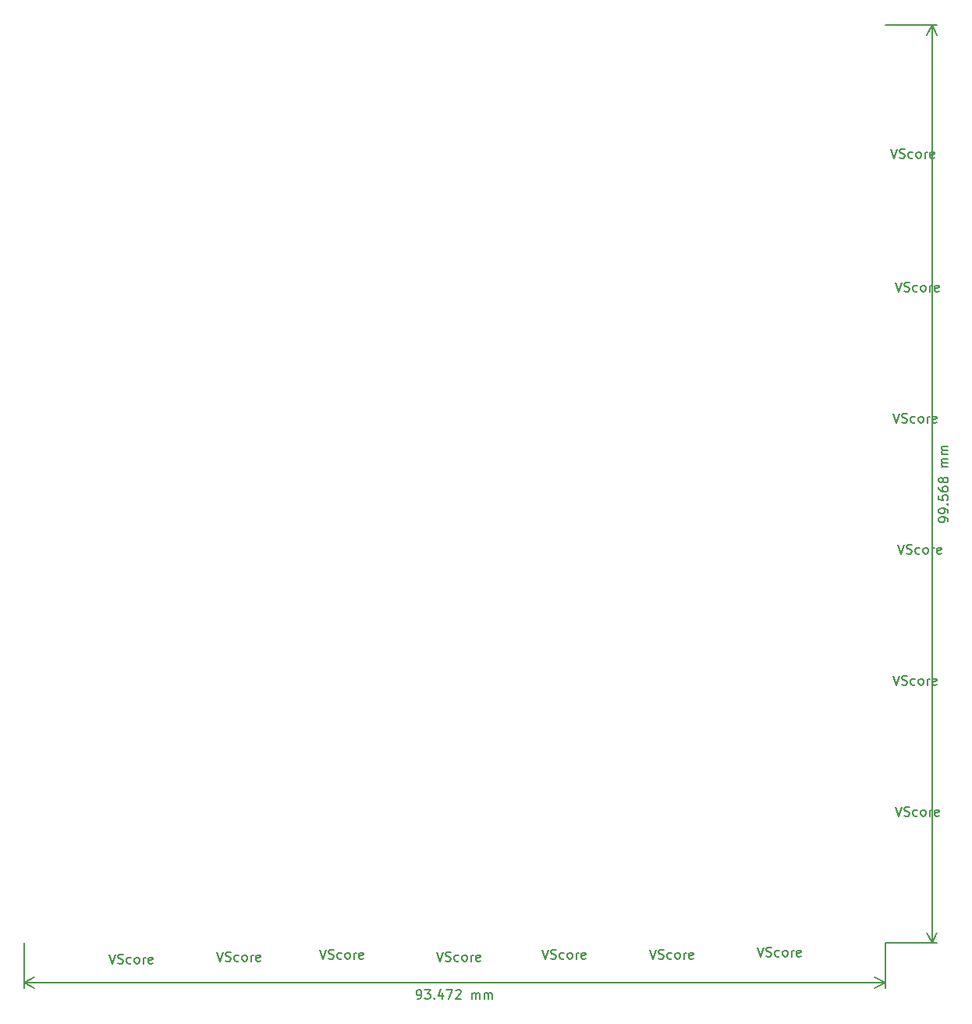
<source format=gbr>
G04 #@! TF.GenerationSoftware,KiCad,Pcbnew,(5.1.4)-1*
G04 #@! TF.CreationDate,2020-04-16T14:11:22+01:00*
G04 #@! TF.ProjectId,sot23Breakout,736f7432-3342-4726-9561-6b6f75742e6b,rev?*
G04 #@! TF.SameCoordinates,Original*
G04 #@! TF.FileFunction,Other,Comment*
%FSLAX46Y46*%
G04 Gerber Fmt 4.6, Leading zero omitted, Abs format (unit mm)*
G04 Created by KiCad (PCBNEW (5.1.4)-1) date 2020-04-16 14:11:22*
%MOMM*%
%LPD*%
G04 APERTURE LIST*
%ADD10C,0.150000*%
G04 APERTURE END LIST*
D10*
X123926380Y-130539619D02*
X123926380Y-130349142D01*
X123878761Y-130253904D01*
X123831142Y-130206285D01*
X123688285Y-130111047D01*
X123497809Y-130063428D01*
X123116857Y-130063428D01*
X123021619Y-130111047D01*
X122974000Y-130158666D01*
X122926380Y-130253904D01*
X122926380Y-130444380D01*
X122974000Y-130539619D01*
X123021619Y-130587238D01*
X123116857Y-130634857D01*
X123354952Y-130634857D01*
X123450190Y-130587238D01*
X123497809Y-130539619D01*
X123545428Y-130444380D01*
X123545428Y-130253904D01*
X123497809Y-130158666D01*
X123450190Y-130111047D01*
X123354952Y-130063428D01*
X123926380Y-129587238D02*
X123926380Y-129396761D01*
X123878761Y-129301523D01*
X123831142Y-129253904D01*
X123688285Y-129158666D01*
X123497809Y-129111047D01*
X123116857Y-129111047D01*
X123021619Y-129158666D01*
X122974000Y-129206285D01*
X122926380Y-129301523D01*
X122926380Y-129492000D01*
X122974000Y-129587238D01*
X123021619Y-129634857D01*
X123116857Y-129682476D01*
X123354952Y-129682476D01*
X123450190Y-129634857D01*
X123497809Y-129587238D01*
X123545428Y-129492000D01*
X123545428Y-129301523D01*
X123497809Y-129206285D01*
X123450190Y-129158666D01*
X123354952Y-129111047D01*
X123831142Y-128682476D02*
X123878761Y-128634857D01*
X123926380Y-128682476D01*
X123878761Y-128730095D01*
X123831142Y-128682476D01*
X123926380Y-128682476D01*
X122926380Y-127730095D02*
X122926380Y-128206285D01*
X123402571Y-128253904D01*
X123354952Y-128206285D01*
X123307333Y-128111047D01*
X123307333Y-127872952D01*
X123354952Y-127777714D01*
X123402571Y-127730095D01*
X123497809Y-127682476D01*
X123735904Y-127682476D01*
X123831142Y-127730095D01*
X123878761Y-127777714D01*
X123926380Y-127872952D01*
X123926380Y-128111047D01*
X123878761Y-128206285D01*
X123831142Y-128253904D01*
X122926380Y-126825333D02*
X122926380Y-127015809D01*
X122974000Y-127111047D01*
X123021619Y-127158666D01*
X123164476Y-127253904D01*
X123354952Y-127301523D01*
X123735904Y-127301523D01*
X123831142Y-127253904D01*
X123878761Y-127206285D01*
X123926380Y-127111047D01*
X123926380Y-126920571D01*
X123878761Y-126825333D01*
X123831142Y-126777714D01*
X123735904Y-126730095D01*
X123497809Y-126730095D01*
X123402571Y-126777714D01*
X123354952Y-126825333D01*
X123307333Y-126920571D01*
X123307333Y-127111047D01*
X123354952Y-127206285D01*
X123402571Y-127253904D01*
X123497809Y-127301523D01*
X123354952Y-126158666D02*
X123307333Y-126253904D01*
X123259714Y-126301523D01*
X123164476Y-126349142D01*
X123116857Y-126349142D01*
X123021619Y-126301523D01*
X122974000Y-126253904D01*
X122926380Y-126158666D01*
X122926380Y-125968190D01*
X122974000Y-125872952D01*
X123021619Y-125825333D01*
X123116857Y-125777714D01*
X123164476Y-125777714D01*
X123259714Y-125825333D01*
X123307333Y-125872952D01*
X123354952Y-125968190D01*
X123354952Y-126158666D01*
X123402571Y-126253904D01*
X123450190Y-126301523D01*
X123545428Y-126349142D01*
X123735904Y-126349142D01*
X123831142Y-126301523D01*
X123878761Y-126253904D01*
X123926380Y-126158666D01*
X123926380Y-125968190D01*
X123878761Y-125872952D01*
X123831142Y-125825333D01*
X123735904Y-125777714D01*
X123545428Y-125777714D01*
X123450190Y-125825333D01*
X123402571Y-125872952D01*
X123354952Y-125968190D01*
X123926380Y-124587238D02*
X123259714Y-124587238D01*
X123354952Y-124587238D02*
X123307333Y-124539619D01*
X123259714Y-124444380D01*
X123259714Y-124301523D01*
X123307333Y-124206285D01*
X123402571Y-124158666D01*
X123926380Y-124158666D01*
X123402571Y-124158666D02*
X123307333Y-124111047D01*
X123259714Y-124015809D01*
X123259714Y-123872952D01*
X123307333Y-123777714D01*
X123402571Y-123730095D01*
X123926380Y-123730095D01*
X123926380Y-123253904D02*
X123259714Y-123253904D01*
X123354952Y-123253904D02*
X123307333Y-123206285D01*
X123259714Y-123111047D01*
X123259714Y-122968190D01*
X123307333Y-122872952D01*
X123402571Y-122825333D01*
X123926380Y-122825333D01*
X123402571Y-122825333D02*
X123307333Y-122777714D01*
X123259714Y-122682476D01*
X123259714Y-122539619D01*
X123307333Y-122444380D01*
X123402571Y-122396761D01*
X123926380Y-122396761D01*
X122174000Y-176276000D02*
X122174000Y-76708000D01*
X117094000Y-176276000D02*
X122760421Y-176276000D01*
X117094000Y-76708000D02*
X122760421Y-76708000D01*
X122174000Y-76708000D02*
X122760421Y-77834504D01*
X122174000Y-76708000D02*
X121587579Y-77834504D01*
X122174000Y-176276000D02*
X122760421Y-175149496D01*
X122174000Y-176276000D02*
X121587579Y-175149496D01*
X66310380Y-182346380D02*
X66500857Y-182346380D01*
X66596095Y-182298761D01*
X66643714Y-182251142D01*
X66738952Y-182108285D01*
X66786571Y-181917809D01*
X66786571Y-181536857D01*
X66738952Y-181441619D01*
X66691333Y-181394000D01*
X66596095Y-181346380D01*
X66405619Y-181346380D01*
X66310380Y-181394000D01*
X66262761Y-181441619D01*
X66215142Y-181536857D01*
X66215142Y-181774952D01*
X66262761Y-181870190D01*
X66310380Y-181917809D01*
X66405619Y-181965428D01*
X66596095Y-181965428D01*
X66691333Y-181917809D01*
X66738952Y-181870190D01*
X66786571Y-181774952D01*
X67119904Y-181346380D02*
X67738952Y-181346380D01*
X67405619Y-181727333D01*
X67548476Y-181727333D01*
X67643714Y-181774952D01*
X67691333Y-181822571D01*
X67738952Y-181917809D01*
X67738952Y-182155904D01*
X67691333Y-182251142D01*
X67643714Y-182298761D01*
X67548476Y-182346380D01*
X67262761Y-182346380D01*
X67167523Y-182298761D01*
X67119904Y-182251142D01*
X68167523Y-182251142D02*
X68215142Y-182298761D01*
X68167523Y-182346380D01*
X68119904Y-182298761D01*
X68167523Y-182251142D01*
X68167523Y-182346380D01*
X69072285Y-181679714D02*
X69072285Y-182346380D01*
X68834190Y-181298761D02*
X68596095Y-182013047D01*
X69215142Y-182013047D01*
X69500857Y-181346380D02*
X70167523Y-181346380D01*
X69738952Y-182346380D01*
X70500857Y-181441619D02*
X70548476Y-181394000D01*
X70643714Y-181346380D01*
X70881809Y-181346380D01*
X70977047Y-181394000D01*
X71024666Y-181441619D01*
X71072285Y-181536857D01*
X71072285Y-181632095D01*
X71024666Y-181774952D01*
X70453238Y-182346380D01*
X71072285Y-182346380D01*
X72262761Y-182346380D02*
X72262761Y-181679714D01*
X72262761Y-181774952D02*
X72310380Y-181727333D01*
X72405619Y-181679714D01*
X72548476Y-181679714D01*
X72643714Y-181727333D01*
X72691333Y-181822571D01*
X72691333Y-182346380D01*
X72691333Y-181822571D02*
X72738952Y-181727333D01*
X72834190Y-181679714D01*
X72977047Y-181679714D01*
X73072285Y-181727333D01*
X73119904Y-181822571D01*
X73119904Y-182346380D01*
X73596095Y-182346380D02*
X73596095Y-181679714D01*
X73596095Y-181774952D02*
X73643714Y-181727333D01*
X73738952Y-181679714D01*
X73881809Y-181679714D01*
X73977047Y-181727333D01*
X74024666Y-181822571D01*
X74024666Y-182346380D01*
X74024666Y-181822571D02*
X74072285Y-181727333D01*
X74167523Y-181679714D01*
X74310380Y-181679714D01*
X74405619Y-181727333D01*
X74453238Y-181822571D01*
X74453238Y-182346380D01*
X23622000Y-180594000D02*
X117094000Y-180594000D01*
X23622000Y-176276000D02*
X23622000Y-181180421D01*
X117094000Y-176276000D02*
X117094000Y-181180421D01*
X117094000Y-180594000D02*
X115967496Y-181180421D01*
X117094000Y-180594000D02*
X115967496Y-180007579D01*
X23622000Y-180594000D02*
X24748504Y-181180421D01*
X23622000Y-180594000D02*
X24748504Y-180007579D01*
X117713428Y-90130380D02*
X118046761Y-91130380D01*
X118380095Y-90130380D01*
X118665809Y-91082761D02*
X118808666Y-91130380D01*
X119046761Y-91130380D01*
X119142000Y-91082761D01*
X119189619Y-91035142D01*
X119237238Y-90939904D01*
X119237238Y-90844666D01*
X119189619Y-90749428D01*
X119142000Y-90701809D01*
X119046761Y-90654190D01*
X118856285Y-90606571D01*
X118761047Y-90558952D01*
X118713428Y-90511333D01*
X118665809Y-90416095D01*
X118665809Y-90320857D01*
X118713428Y-90225619D01*
X118761047Y-90178000D01*
X118856285Y-90130380D01*
X119094380Y-90130380D01*
X119237238Y-90178000D01*
X120094380Y-91082761D02*
X119999142Y-91130380D01*
X119808666Y-91130380D01*
X119713428Y-91082761D01*
X119665809Y-91035142D01*
X119618190Y-90939904D01*
X119618190Y-90654190D01*
X119665809Y-90558952D01*
X119713428Y-90511333D01*
X119808666Y-90463714D01*
X119999142Y-90463714D01*
X120094380Y-90511333D01*
X120665809Y-91130380D02*
X120570571Y-91082761D01*
X120522952Y-91035142D01*
X120475333Y-90939904D01*
X120475333Y-90654190D01*
X120522952Y-90558952D01*
X120570571Y-90511333D01*
X120665809Y-90463714D01*
X120808666Y-90463714D01*
X120903904Y-90511333D01*
X120951523Y-90558952D01*
X120999142Y-90654190D01*
X120999142Y-90939904D01*
X120951523Y-91035142D01*
X120903904Y-91082761D01*
X120808666Y-91130380D01*
X120665809Y-91130380D01*
X121427714Y-91130380D02*
X121427714Y-90463714D01*
X121427714Y-90654190D02*
X121475333Y-90558952D01*
X121522952Y-90511333D01*
X121618190Y-90463714D01*
X121713428Y-90463714D01*
X122427714Y-91082761D02*
X122332476Y-91130380D01*
X122142000Y-91130380D01*
X122046761Y-91082761D01*
X121999142Y-90987523D01*
X121999142Y-90606571D01*
X122046761Y-90511333D01*
X122142000Y-90463714D01*
X122332476Y-90463714D01*
X122427714Y-90511333D01*
X122475333Y-90606571D01*
X122475333Y-90701809D01*
X121999142Y-90797047D01*
X118221428Y-104608380D02*
X118554761Y-105608380D01*
X118888095Y-104608380D01*
X119173809Y-105560761D02*
X119316666Y-105608380D01*
X119554761Y-105608380D01*
X119650000Y-105560761D01*
X119697619Y-105513142D01*
X119745238Y-105417904D01*
X119745238Y-105322666D01*
X119697619Y-105227428D01*
X119650000Y-105179809D01*
X119554761Y-105132190D01*
X119364285Y-105084571D01*
X119269047Y-105036952D01*
X119221428Y-104989333D01*
X119173809Y-104894095D01*
X119173809Y-104798857D01*
X119221428Y-104703619D01*
X119269047Y-104656000D01*
X119364285Y-104608380D01*
X119602380Y-104608380D01*
X119745238Y-104656000D01*
X120602380Y-105560761D02*
X120507142Y-105608380D01*
X120316666Y-105608380D01*
X120221428Y-105560761D01*
X120173809Y-105513142D01*
X120126190Y-105417904D01*
X120126190Y-105132190D01*
X120173809Y-105036952D01*
X120221428Y-104989333D01*
X120316666Y-104941714D01*
X120507142Y-104941714D01*
X120602380Y-104989333D01*
X121173809Y-105608380D02*
X121078571Y-105560761D01*
X121030952Y-105513142D01*
X120983333Y-105417904D01*
X120983333Y-105132190D01*
X121030952Y-105036952D01*
X121078571Y-104989333D01*
X121173809Y-104941714D01*
X121316666Y-104941714D01*
X121411904Y-104989333D01*
X121459523Y-105036952D01*
X121507142Y-105132190D01*
X121507142Y-105417904D01*
X121459523Y-105513142D01*
X121411904Y-105560761D01*
X121316666Y-105608380D01*
X121173809Y-105608380D01*
X121935714Y-105608380D02*
X121935714Y-104941714D01*
X121935714Y-105132190D02*
X121983333Y-105036952D01*
X122030952Y-104989333D01*
X122126190Y-104941714D01*
X122221428Y-104941714D01*
X122935714Y-105560761D02*
X122840476Y-105608380D01*
X122650000Y-105608380D01*
X122554761Y-105560761D01*
X122507142Y-105465523D01*
X122507142Y-105084571D01*
X122554761Y-104989333D01*
X122650000Y-104941714D01*
X122840476Y-104941714D01*
X122935714Y-104989333D01*
X122983333Y-105084571D01*
X122983333Y-105179809D01*
X122507142Y-105275047D01*
X117967428Y-118832380D02*
X118300761Y-119832380D01*
X118634095Y-118832380D01*
X118919809Y-119784761D02*
X119062666Y-119832380D01*
X119300761Y-119832380D01*
X119396000Y-119784761D01*
X119443619Y-119737142D01*
X119491238Y-119641904D01*
X119491238Y-119546666D01*
X119443619Y-119451428D01*
X119396000Y-119403809D01*
X119300761Y-119356190D01*
X119110285Y-119308571D01*
X119015047Y-119260952D01*
X118967428Y-119213333D01*
X118919809Y-119118095D01*
X118919809Y-119022857D01*
X118967428Y-118927619D01*
X119015047Y-118880000D01*
X119110285Y-118832380D01*
X119348380Y-118832380D01*
X119491238Y-118880000D01*
X120348380Y-119784761D02*
X120253142Y-119832380D01*
X120062666Y-119832380D01*
X119967428Y-119784761D01*
X119919809Y-119737142D01*
X119872190Y-119641904D01*
X119872190Y-119356190D01*
X119919809Y-119260952D01*
X119967428Y-119213333D01*
X120062666Y-119165714D01*
X120253142Y-119165714D01*
X120348380Y-119213333D01*
X120919809Y-119832380D02*
X120824571Y-119784761D01*
X120776952Y-119737142D01*
X120729333Y-119641904D01*
X120729333Y-119356190D01*
X120776952Y-119260952D01*
X120824571Y-119213333D01*
X120919809Y-119165714D01*
X121062666Y-119165714D01*
X121157904Y-119213333D01*
X121205523Y-119260952D01*
X121253142Y-119356190D01*
X121253142Y-119641904D01*
X121205523Y-119737142D01*
X121157904Y-119784761D01*
X121062666Y-119832380D01*
X120919809Y-119832380D01*
X121681714Y-119832380D02*
X121681714Y-119165714D01*
X121681714Y-119356190D02*
X121729333Y-119260952D01*
X121776952Y-119213333D01*
X121872190Y-119165714D01*
X121967428Y-119165714D01*
X122681714Y-119784761D02*
X122586476Y-119832380D01*
X122396000Y-119832380D01*
X122300761Y-119784761D01*
X122253142Y-119689523D01*
X122253142Y-119308571D01*
X122300761Y-119213333D01*
X122396000Y-119165714D01*
X122586476Y-119165714D01*
X122681714Y-119213333D01*
X122729333Y-119308571D01*
X122729333Y-119403809D01*
X122253142Y-119499047D01*
X118475428Y-133056380D02*
X118808761Y-134056380D01*
X119142095Y-133056380D01*
X119427809Y-134008761D02*
X119570666Y-134056380D01*
X119808761Y-134056380D01*
X119904000Y-134008761D01*
X119951619Y-133961142D01*
X119999238Y-133865904D01*
X119999238Y-133770666D01*
X119951619Y-133675428D01*
X119904000Y-133627809D01*
X119808761Y-133580190D01*
X119618285Y-133532571D01*
X119523047Y-133484952D01*
X119475428Y-133437333D01*
X119427809Y-133342095D01*
X119427809Y-133246857D01*
X119475428Y-133151619D01*
X119523047Y-133104000D01*
X119618285Y-133056380D01*
X119856380Y-133056380D01*
X119999238Y-133104000D01*
X120856380Y-134008761D02*
X120761142Y-134056380D01*
X120570666Y-134056380D01*
X120475428Y-134008761D01*
X120427809Y-133961142D01*
X120380190Y-133865904D01*
X120380190Y-133580190D01*
X120427809Y-133484952D01*
X120475428Y-133437333D01*
X120570666Y-133389714D01*
X120761142Y-133389714D01*
X120856380Y-133437333D01*
X121427809Y-134056380D02*
X121332571Y-134008761D01*
X121284952Y-133961142D01*
X121237333Y-133865904D01*
X121237333Y-133580190D01*
X121284952Y-133484952D01*
X121332571Y-133437333D01*
X121427809Y-133389714D01*
X121570666Y-133389714D01*
X121665904Y-133437333D01*
X121713523Y-133484952D01*
X121761142Y-133580190D01*
X121761142Y-133865904D01*
X121713523Y-133961142D01*
X121665904Y-134008761D01*
X121570666Y-134056380D01*
X121427809Y-134056380D01*
X122189714Y-134056380D02*
X122189714Y-133389714D01*
X122189714Y-133580190D02*
X122237333Y-133484952D01*
X122284952Y-133437333D01*
X122380190Y-133389714D01*
X122475428Y-133389714D01*
X123189714Y-134008761D02*
X123094476Y-134056380D01*
X122904000Y-134056380D01*
X122808761Y-134008761D01*
X122761142Y-133913523D01*
X122761142Y-133532571D01*
X122808761Y-133437333D01*
X122904000Y-133389714D01*
X123094476Y-133389714D01*
X123189714Y-133437333D01*
X123237333Y-133532571D01*
X123237333Y-133627809D01*
X122761142Y-133723047D01*
X117967428Y-147280380D02*
X118300761Y-148280380D01*
X118634095Y-147280380D01*
X118919809Y-148232761D02*
X119062666Y-148280380D01*
X119300761Y-148280380D01*
X119396000Y-148232761D01*
X119443619Y-148185142D01*
X119491238Y-148089904D01*
X119491238Y-147994666D01*
X119443619Y-147899428D01*
X119396000Y-147851809D01*
X119300761Y-147804190D01*
X119110285Y-147756571D01*
X119015047Y-147708952D01*
X118967428Y-147661333D01*
X118919809Y-147566095D01*
X118919809Y-147470857D01*
X118967428Y-147375619D01*
X119015047Y-147328000D01*
X119110285Y-147280380D01*
X119348380Y-147280380D01*
X119491238Y-147328000D01*
X120348380Y-148232761D02*
X120253142Y-148280380D01*
X120062666Y-148280380D01*
X119967428Y-148232761D01*
X119919809Y-148185142D01*
X119872190Y-148089904D01*
X119872190Y-147804190D01*
X119919809Y-147708952D01*
X119967428Y-147661333D01*
X120062666Y-147613714D01*
X120253142Y-147613714D01*
X120348380Y-147661333D01*
X120919809Y-148280380D02*
X120824571Y-148232761D01*
X120776952Y-148185142D01*
X120729333Y-148089904D01*
X120729333Y-147804190D01*
X120776952Y-147708952D01*
X120824571Y-147661333D01*
X120919809Y-147613714D01*
X121062666Y-147613714D01*
X121157904Y-147661333D01*
X121205523Y-147708952D01*
X121253142Y-147804190D01*
X121253142Y-148089904D01*
X121205523Y-148185142D01*
X121157904Y-148232761D01*
X121062666Y-148280380D01*
X120919809Y-148280380D01*
X121681714Y-148280380D02*
X121681714Y-147613714D01*
X121681714Y-147804190D02*
X121729333Y-147708952D01*
X121776952Y-147661333D01*
X121872190Y-147613714D01*
X121967428Y-147613714D01*
X122681714Y-148232761D02*
X122586476Y-148280380D01*
X122396000Y-148280380D01*
X122300761Y-148232761D01*
X122253142Y-148137523D01*
X122253142Y-147756571D01*
X122300761Y-147661333D01*
X122396000Y-147613714D01*
X122586476Y-147613714D01*
X122681714Y-147661333D01*
X122729333Y-147756571D01*
X122729333Y-147851809D01*
X122253142Y-147947047D01*
X118221428Y-161504380D02*
X118554761Y-162504380D01*
X118888095Y-161504380D01*
X119173809Y-162456761D02*
X119316666Y-162504380D01*
X119554761Y-162504380D01*
X119650000Y-162456761D01*
X119697619Y-162409142D01*
X119745238Y-162313904D01*
X119745238Y-162218666D01*
X119697619Y-162123428D01*
X119650000Y-162075809D01*
X119554761Y-162028190D01*
X119364285Y-161980571D01*
X119269047Y-161932952D01*
X119221428Y-161885333D01*
X119173809Y-161790095D01*
X119173809Y-161694857D01*
X119221428Y-161599619D01*
X119269047Y-161552000D01*
X119364285Y-161504380D01*
X119602380Y-161504380D01*
X119745238Y-161552000D01*
X120602380Y-162456761D02*
X120507142Y-162504380D01*
X120316666Y-162504380D01*
X120221428Y-162456761D01*
X120173809Y-162409142D01*
X120126190Y-162313904D01*
X120126190Y-162028190D01*
X120173809Y-161932952D01*
X120221428Y-161885333D01*
X120316666Y-161837714D01*
X120507142Y-161837714D01*
X120602380Y-161885333D01*
X121173809Y-162504380D02*
X121078571Y-162456761D01*
X121030952Y-162409142D01*
X120983333Y-162313904D01*
X120983333Y-162028190D01*
X121030952Y-161932952D01*
X121078571Y-161885333D01*
X121173809Y-161837714D01*
X121316666Y-161837714D01*
X121411904Y-161885333D01*
X121459523Y-161932952D01*
X121507142Y-162028190D01*
X121507142Y-162313904D01*
X121459523Y-162409142D01*
X121411904Y-162456761D01*
X121316666Y-162504380D01*
X121173809Y-162504380D01*
X121935714Y-162504380D02*
X121935714Y-161837714D01*
X121935714Y-162028190D02*
X121983333Y-161932952D01*
X122030952Y-161885333D01*
X122126190Y-161837714D01*
X122221428Y-161837714D01*
X122935714Y-162456761D02*
X122840476Y-162504380D01*
X122650000Y-162504380D01*
X122554761Y-162456761D01*
X122507142Y-162361523D01*
X122507142Y-161980571D01*
X122554761Y-161885333D01*
X122650000Y-161837714D01*
X122840476Y-161837714D01*
X122935714Y-161885333D01*
X122983333Y-161980571D01*
X122983333Y-162075809D01*
X122507142Y-162171047D01*
X103235428Y-176744380D02*
X103568761Y-177744380D01*
X103902095Y-176744380D01*
X104187809Y-177696761D02*
X104330666Y-177744380D01*
X104568761Y-177744380D01*
X104664000Y-177696761D01*
X104711619Y-177649142D01*
X104759238Y-177553904D01*
X104759238Y-177458666D01*
X104711619Y-177363428D01*
X104664000Y-177315809D01*
X104568761Y-177268190D01*
X104378285Y-177220571D01*
X104283047Y-177172952D01*
X104235428Y-177125333D01*
X104187809Y-177030095D01*
X104187809Y-176934857D01*
X104235428Y-176839619D01*
X104283047Y-176792000D01*
X104378285Y-176744380D01*
X104616380Y-176744380D01*
X104759238Y-176792000D01*
X105616380Y-177696761D02*
X105521142Y-177744380D01*
X105330666Y-177744380D01*
X105235428Y-177696761D01*
X105187809Y-177649142D01*
X105140190Y-177553904D01*
X105140190Y-177268190D01*
X105187809Y-177172952D01*
X105235428Y-177125333D01*
X105330666Y-177077714D01*
X105521142Y-177077714D01*
X105616380Y-177125333D01*
X106187809Y-177744380D02*
X106092571Y-177696761D01*
X106044952Y-177649142D01*
X105997333Y-177553904D01*
X105997333Y-177268190D01*
X106044952Y-177172952D01*
X106092571Y-177125333D01*
X106187809Y-177077714D01*
X106330666Y-177077714D01*
X106425904Y-177125333D01*
X106473523Y-177172952D01*
X106521142Y-177268190D01*
X106521142Y-177553904D01*
X106473523Y-177649142D01*
X106425904Y-177696761D01*
X106330666Y-177744380D01*
X106187809Y-177744380D01*
X106949714Y-177744380D02*
X106949714Y-177077714D01*
X106949714Y-177268190D02*
X106997333Y-177172952D01*
X107044952Y-177125333D01*
X107140190Y-177077714D01*
X107235428Y-177077714D01*
X107949714Y-177696761D02*
X107854476Y-177744380D01*
X107664000Y-177744380D01*
X107568761Y-177696761D01*
X107521142Y-177601523D01*
X107521142Y-177220571D01*
X107568761Y-177125333D01*
X107664000Y-177077714D01*
X107854476Y-177077714D01*
X107949714Y-177125333D01*
X107997333Y-177220571D01*
X107997333Y-177315809D01*
X107521142Y-177411047D01*
X91551428Y-176998380D02*
X91884761Y-177998380D01*
X92218095Y-176998380D01*
X92503809Y-177950761D02*
X92646666Y-177998380D01*
X92884761Y-177998380D01*
X92980000Y-177950761D01*
X93027619Y-177903142D01*
X93075238Y-177807904D01*
X93075238Y-177712666D01*
X93027619Y-177617428D01*
X92980000Y-177569809D01*
X92884761Y-177522190D01*
X92694285Y-177474571D01*
X92599047Y-177426952D01*
X92551428Y-177379333D01*
X92503809Y-177284095D01*
X92503809Y-177188857D01*
X92551428Y-177093619D01*
X92599047Y-177046000D01*
X92694285Y-176998380D01*
X92932380Y-176998380D01*
X93075238Y-177046000D01*
X93932380Y-177950761D02*
X93837142Y-177998380D01*
X93646666Y-177998380D01*
X93551428Y-177950761D01*
X93503809Y-177903142D01*
X93456190Y-177807904D01*
X93456190Y-177522190D01*
X93503809Y-177426952D01*
X93551428Y-177379333D01*
X93646666Y-177331714D01*
X93837142Y-177331714D01*
X93932380Y-177379333D01*
X94503809Y-177998380D02*
X94408571Y-177950761D01*
X94360952Y-177903142D01*
X94313333Y-177807904D01*
X94313333Y-177522190D01*
X94360952Y-177426952D01*
X94408571Y-177379333D01*
X94503809Y-177331714D01*
X94646666Y-177331714D01*
X94741904Y-177379333D01*
X94789523Y-177426952D01*
X94837142Y-177522190D01*
X94837142Y-177807904D01*
X94789523Y-177903142D01*
X94741904Y-177950761D01*
X94646666Y-177998380D01*
X94503809Y-177998380D01*
X95265714Y-177998380D02*
X95265714Y-177331714D01*
X95265714Y-177522190D02*
X95313333Y-177426952D01*
X95360952Y-177379333D01*
X95456190Y-177331714D01*
X95551428Y-177331714D01*
X96265714Y-177950761D02*
X96170476Y-177998380D01*
X95980000Y-177998380D01*
X95884761Y-177950761D01*
X95837142Y-177855523D01*
X95837142Y-177474571D01*
X95884761Y-177379333D01*
X95980000Y-177331714D01*
X96170476Y-177331714D01*
X96265714Y-177379333D01*
X96313333Y-177474571D01*
X96313333Y-177569809D01*
X95837142Y-177665047D01*
X79867428Y-176998380D02*
X80200761Y-177998380D01*
X80534095Y-176998380D01*
X80819809Y-177950761D02*
X80962666Y-177998380D01*
X81200761Y-177998380D01*
X81296000Y-177950761D01*
X81343619Y-177903142D01*
X81391238Y-177807904D01*
X81391238Y-177712666D01*
X81343619Y-177617428D01*
X81296000Y-177569809D01*
X81200761Y-177522190D01*
X81010285Y-177474571D01*
X80915047Y-177426952D01*
X80867428Y-177379333D01*
X80819809Y-177284095D01*
X80819809Y-177188857D01*
X80867428Y-177093619D01*
X80915047Y-177046000D01*
X81010285Y-176998380D01*
X81248380Y-176998380D01*
X81391238Y-177046000D01*
X82248380Y-177950761D02*
X82153142Y-177998380D01*
X81962666Y-177998380D01*
X81867428Y-177950761D01*
X81819809Y-177903142D01*
X81772190Y-177807904D01*
X81772190Y-177522190D01*
X81819809Y-177426952D01*
X81867428Y-177379333D01*
X81962666Y-177331714D01*
X82153142Y-177331714D01*
X82248380Y-177379333D01*
X82819809Y-177998380D02*
X82724571Y-177950761D01*
X82676952Y-177903142D01*
X82629333Y-177807904D01*
X82629333Y-177522190D01*
X82676952Y-177426952D01*
X82724571Y-177379333D01*
X82819809Y-177331714D01*
X82962666Y-177331714D01*
X83057904Y-177379333D01*
X83105523Y-177426952D01*
X83153142Y-177522190D01*
X83153142Y-177807904D01*
X83105523Y-177903142D01*
X83057904Y-177950761D01*
X82962666Y-177998380D01*
X82819809Y-177998380D01*
X83581714Y-177998380D02*
X83581714Y-177331714D01*
X83581714Y-177522190D02*
X83629333Y-177426952D01*
X83676952Y-177379333D01*
X83772190Y-177331714D01*
X83867428Y-177331714D01*
X84581714Y-177950761D02*
X84486476Y-177998380D01*
X84296000Y-177998380D01*
X84200761Y-177950761D01*
X84153142Y-177855523D01*
X84153142Y-177474571D01*
X84200761Y-177379333D01*
X84296000Y-177331714D01*
X84486476Y-177331714D01*
X84581714Y-177379333D01*
X84629333Y-177474571D01*
X84629333Y-177569809D01*
X84153142Y-177665047D01*
X68437428Y-177252380D02*
X68770761Y-178252380D01*
X69104095Y-177252380D01*
X69389809Y-178204761D02*
X69532666Y-178252380D01*
X69770761Y-178252380D01*
X69866000Y-178204761D01*
X69913619Y-178157142D01*
X69961238Y-178061904D01*
X69961238Y-177966666D01*
X69913619Y-177871428D01*
X69866000Y-177823809D01*
X69770761Y-177776190D01*
X69580285Y-177728571D01*
X69485047Y-177680952D01*
X69437428Y-177633333D01*
X69389809Y-177538095D01*
X69389809Y-177442857D01*
X69437428Y-177347619D01*
X69485047Y-177300000D01*
X69580285Y-177252380D01*
X69818380Y-177252380D01*
X69961238Y-177300000D01*
X70818380Y-178204761D02*
X70723142Y-178252380D01*
X70532666Y-178252380D01*
X70437428Y-178204761D01*
X70389809Y-178157142D01*
X70342190Y-178061904D01*
X70342190Y-177776190D01*
X70389809Y-177680952D01*
X70437428Y-177633333D01*
X70532666Y-177585714D01*
X70723142Y-177585714D01*
X70818380Y-177633333D01*
X71389809Y-178252380D02*
X71294571Y-178204761D01*
X71246952Y-178157142D01*
X71199333Y-178061904D01*
X71199333Y-177776190D01*
X71246952Y-177680952D01*
X71294571Y-177633333D01*
X71389809Y-177585714D01*
X71532666Y-177585714D01*
X71627904Y-177633333D01*
X71675523Y-177680952D01*
X71723142Y-177776190D01*
X71723142Y-178061904D01*
X71675523Y-178157142D01*
X71627904Y-178204761D01*
X71532666Y-178252380D01*
X71389809Y-178252380D01*
X72151714Y-178252380D02*
X72151714Y-177585714D01*
X72151714Y-177776190D02*
X72199333Y-177680952D01*
X72246952Y-177633333D01*
X72342190Y-177585714D01*
X72437428Y-177585714D01*
X73151714Y-178204761D02*
X73056476Y-178252380D01*
X72866000Y-178252380D01*
X72770761Y-178204761D01*
X72723142Y-178109523D01*
X72723142Y-177728571D01*
X72770761Y-177633333D01*
X72866000Y-177585714D01*
X73056476Y-177585714D01*
X73151714Y-177633333D01*
X73199333Y-177728571D01*
X73199333Y-177823809D01*
X72723142Y-177919047D01*
X55737428Y-176998380D02*
X56070761Y-177998380D01*
X56404095Y-176998380D01*
X56689809Y-177950761D02*
X56832666Y-177998380D01*
X57070761Y-177998380D01*
X57166000Y-177950761D01*
X57213619Y-177903142D01*
X57261238Y-177807904D01*
X57261238Y-177712666D01*
X57213619Y-177617428D01*
X57166000Y-177569809D01*
X57070761Y-177522190D01*
X56880285Y-177474571D01*
X56785047Y-177426952D01*
X56737428Y-177379333D01*
X56689809Y-177284095D01*
X56689809Y-177188857D01*
X56737428Y-177093619D01*
X56785047Y-177046000D01*
X56880285Y-176998380D01*
X57118380Y-176998380D01*
X57261238Y-177046000D01*
X58118380Y-177950761D02*
X58023142Y-177998380D01*
X57832666Y-177998380D01*
X57737428Y-177950761D01*
X57689809Y-177903142D01*
X57642190Y-177807904D01*
X57642190Y-177522190D01*
X57689809Y-177426952D01*
X57737428Y-177379333D01*
X57832666Y-177331714D01*
X58023142Y-177331714D01*
X58118380Y-177379333D01*
X58689809Y-177998380D02*
X58594571Y-177950761D01*
X58546952Y-177903142D01*
X58499333Y-177807904D01*
X58499333Y-177522190D01*
X58546952Y-177426952D01*
X58594571Y-177379333D01*
X58689809Y-177331714D01*
X58832666Y-177331714D01*
X58927904Y-177379333D01*
X58975523Y-177426952D01*
X59023142Y-177522190D01*
X59023142Y-177807904D01*
X58975523Y-177903142D01*
X58927904Y-177950761D01*
X58832666Y-177998380D01*
X58689809Y-177998380D01*
X59451714Y-177998380D02*
X59451714Y-177331714D01*
X59451714Y-177522190D02*
X59499333Y-177426952D01*
X59546952Y-177379333D01*
X59642190Y-177331714D01*
X59737428Y-177331714D01*
X60451714Y-177950761D02*
X60356476Y-177998380D01*
X60166000Y-177998380D01*
X60070761Y-177950761D01*
X60023142Y-177855523D01*
X60023142Y-177474571D01*
X60070761Y-177379333D01*
X60166000Y-177331714D01*
X60356476Y-177331714D01*
X60451714Y-177379333D01*
X60499333Y-177474571D01*
X60499333Y-177569809D01*
X60023142Y-177665047D01*
X44561428Y-177252380D02*
X44894761Y-178252380D01*
X45228095Y-177252380D01*
X45513809Y-178204761D02*
X45656666Y-178252380D01*
X45894761Y-178252380D01*
X45990000Y-178204761D01*
X46037619Y-178157142D01*
X46085238Y-178061904D01*
X46085238Y-177966666D01*
X46037619Y-177871428D01*
X45990000Y-177823809D01*
X45894761Y-177776190D01*
X45704285Y-177728571D01*
X45609047Y-177680952D01*
X45561428Y-177633333D01*
X45513809Y-177538095D01*
X45513809Y-177442857D01*
X45561428Y-177347619D01*
X45609047Y-177300000D01*
X45704285Y-177252380D01*
X45942380Y-177252380D01*
X46085238Y-177300000D01*
X46942380Y-178204761D02*
X46847142Y-178252380D01*
X46656666Y-178252380D01*
X46561428Y-178204761D01*
X46513809Y-178157142D01*
X46466190Y-178061904D01*
X46466190Y-177776190D01*
X46513809Y-177680952D01*
X46561428Y-177633333D01*
X46656666Y-177585714D01*
X46847142Y-177585714D01*
X46942380Y-177633333D01*
X47513809Y-178252380D02*
X47418571Y-178204761D01*
X47370952Y-178157142D01*
X47323333Y-178061904D01*
X47323333Y-177776190D01*
X47370952Y-177680952D01*
X47418571Y-177633333D01*
X47513809Y-177585714D01*
X47656666Y-177585714D01*
X47751904Y-177633333D01*
X47799523Y-177680952D01*
X47847142Y-177776190D01*
X47847142Y-178061904D01*
X47799523Y-178157142D01*
X47751904Y-178204761D01*
X47656666Y-178252380D01*
X47513809Y-178252380D01*
X48275714Y-178252380D02*
X48275714Y-177585714D01*
X48275714Y-177776190D02*
X48323333Y-177680952D01*
X48370952Y-177633333D01*
X48466190Y-177585714D01*
X48561428Y-177585714D01*
X49275714Y-178204761D02*
X49180476Y-178252380D01*
X48990000Y-178252380D01*
X48894761Y-178204761D01*
X48847142Y-178109523D01*
X48847142Y-177728571D01*
X48894761Y-177633333D01*
X48990000Y-177585714D01*
X49180476Y-177585714D01*
X49275714Y-177633333D01*
X49323333Y-177728571D01*
X49323333Y-177823809D01*
X48847142Y-177919047D01*
X32877428Y-177506380D02*
X33210761Y-178506380D01*
X33544095Y-177506380D01*
X33829809Y-178458761D02*
X33972666Y-178506380D01*
X34210761Y-178506380D01*
X34306000Y-178458761D01*
X34353619Y-178411142D01*
X34401238Y-178315904D01*
X34401238Y-178220666D01*
X34353619Y-178125428D01*
X34306000Y-178077809D01*
X34210761Y-178030190D01*
X34020285Y-177982571D01*
X33925047Y-177934952D01*
X33877428Y-177887333D01*
X33829809Y-177792095D01*
X33829809Y-177696857D01*
X33877428Y-177601619D01*
X33925047Y-177554000D01*
X34020285Y-177506380D01*
X34258380Y-177506380D01*
X34401238Y-177554000D01*
X35258380Y-178458761D02*
X35163142Y-178506380D01*
X34972666Y-178506380D01*
X34877428Y-178458761D01*
X34829809Y-178411142D01*
X34782190Y-178315904D01*
X34782190Y-178030190D01*
X34829809Y-177934952D01*
X34877428Y-177887333D01*
X34972666Y-177839714D01*
X35163142Y-177839714D01*
X35258380Y-177887333D01*
X35829809Y-178506380D02*
X35734571Y-178458761D01*
X35686952Y-178411142D01*
X35639333Y-178315904D01*
X35639333Y-178030190D01*
X35686952Y-177934952D01*
X35734571Y-177887333D01*
X35829809Y-177839714D01*
X35972666Y-177839714D01*
X36067904Y-177887333D01*
X36115523Y-177934952D01*
X36163142Y-178030190D01*
X36163142Y-178315904D01*
X36115523Y-178411142D01*
X36067904Y-178458761D01*
X35972666Y-178506380D01*
X35829809Y-178506380D01*
X36591714Y-178506380D02*
X36591714Y-177839714D01*
X36591714Y-178030190D02*
X36639333Y-177934952D01*
X36686952Y-177887333D01*
X36782190Y-177839714D01*
X36877428Y-177839714D01*
X37591714Y-178458761D02*
X37496476Y-178506380D01*
X37306000Y-178506380D01*
X37210761Y-178458761D01*
X37163142Y-178363523D01*
X37163142Y-177982571D01*
X37210761Y-177887333D01*
X37306000Y-177839714D01*
X37496476Y-177839714D01*
X37591714Y-177887333D01*
X37639333Y-177982571D01*
X37639333Y-178077809D01*
X37163142Y-178173047D01*
M02*

</source>
